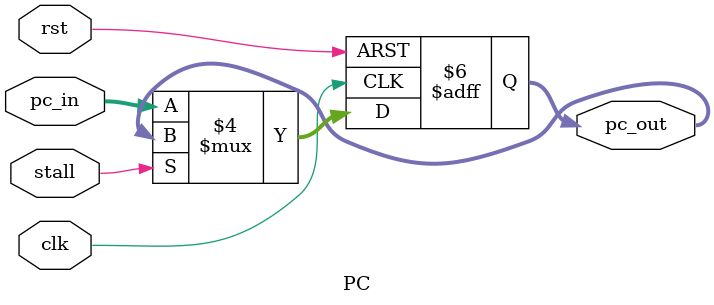
<source format=v>
module PC(clk,rst,stall,pc_in,pc_out);
input clk;
input rst;
input stall;
input [31:0] pc_in;
output [31:0] pc_out;
reg [31:0] pc_out;

always @(posedge clk or negedge rst)
begin
  if(~rst)
  begin
      pc_out <= 32'b0;
  end
  else 
  begin
      if(stall) //hazard stall occur
      begin
      pc_out <= pc_out;
      end
      else      //normal executing
      begin
      pc_out <= pc_in;
      end
  end
end

endmodule
    


</source>
